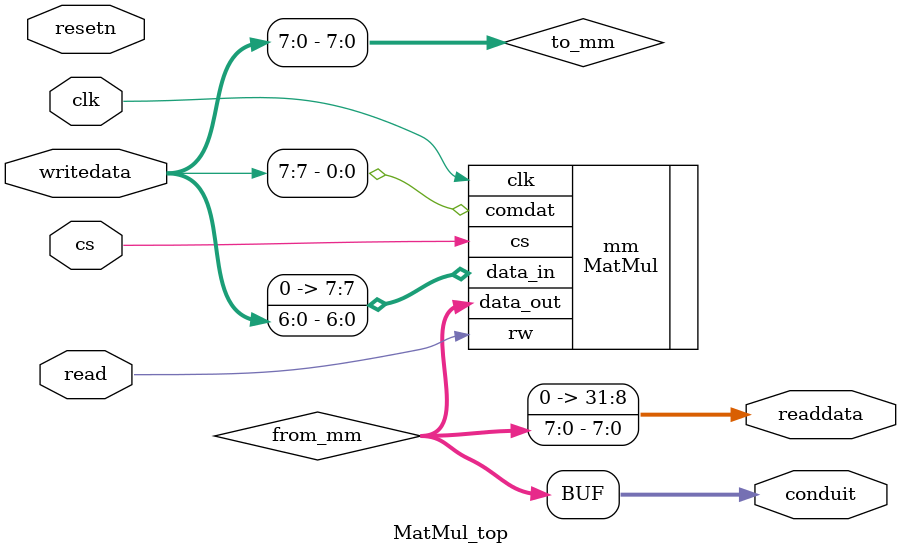
<source format=v>
module MatMul_top (
	input clk, read, resetn, cs,
	input[31:0] writedata,
	output[31:0] readdata,
	output[7:0] conduit
);

wire[7:0] from_mm, to_mm;

assign conduit = from_mm;

assign readdata = {24'b0, from_mm};
assign to_mm = writedata[7:0];

MatMul mm(.clk(clk), .cs(cs), .rw(read), .comdat(to_mm[7]), .data_in({1'b0, to_mm[6:0]}), .data_out(from_mm));

endmodule 

</source>
